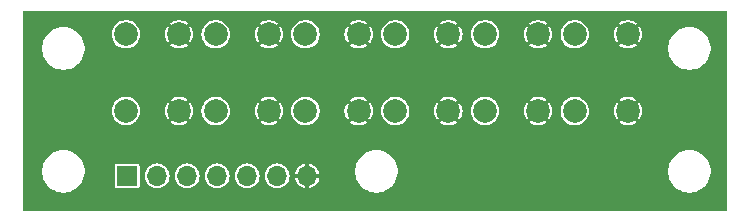
<source format=gbr>
%TF.GenerationSoftware,KiCad,Pcbnew,7.0.9*%
%TF.CreationDate,2024-04-17T16:56:01+03:00*%
%TF.ProjectId,FARA_KEYBOARD,46415241-5f4b-4455-9942-4f4152442e6b,rev?*%
%TF.SameCoordinates,Original*%
%TF.FileFunction,Copper,L2,Bot*%
%TF.FilePolarity,Positive*%
%FSLAX46Y46*%
G04 Gerber Fmt 4.6, Leading zero omitted, Abs format (unit mm)*
G04 Created by KiCad (PCBNEW 7.0.9) date 2024-04-17 16:56:01*
%MOMM*%
%LPD*%
G01*
G04 APERTURE LIST*
%TA.AperFunction,ComponentPad*%
%ADD10C,2.000000*%
%TD*%
%TA.AperFunction,ComponentPad*%
%ADD11R,1.700000X1.700000*%
%TD*%
%TA.AperFunction,ComponentPad*%
%ADD12O,1.700000X1.700000*%
%TD*%
%TA.AperFunction,ViaPad*%
%ADD13C,0.900000*%
%TD*%
G04 APERTURE END LIST*
D10*
%TO.P,SW4,1,1*%
%TO.N,Net-(J1-Pin_4)*%
X50100000Y-37300000D03*
X50100000Y-30800000D03*
%TO.P,SW4,2,2*%
%TO.N,GND*%
X54600000Y-37300000D03*
X54600000Y-30800000D03*
%TD*%
%TO.P,SW1,1,1*%
%TO.N,Net-(J1-Pin_1)*%
X27300000Y-37300000D03*
X27300000Y-30800000D03*
%TO.P,SW1,2,2*%
%TO.N,GND*%
X31800000Y-37300000D03*
X31800000Y-30800000D03*
%TD*%
%TO.P,SW5,1,1*%
%TO.N,Net-(J1-Pin_5)*%
X57700000Y-37300000D03*
X57700000Y-30800000D03*
%TO.P,SW5,2,2*%
%TO.N,GND*%
X62200000Y-37300000D03*
X62200000Y-30800000D03*
%TD*%
D11*
%TO.P,J1,1,Pin_1*%
%TO.N,Net-(J1-Pin_1)*%
X27400000Y-42800000D03*
D12*
%TO.P,J1,2,Pin_2*%
%TO.N,Net-(J1-Pin_2)*%
X29940000Y-42800000D03*
%TO.P,J1,3,Pin_3*%
%TO.N,Net-(J1-Pin_3)*%
X32480000Y-42800000D03*
%TO.P,J1,4,Pin_4*%
%TO.N,Net-(J1-Pin_4)*%
X35020000Y-42800000D03*
%TO.P,J1,5,Pin_5*%
%TO.N,Net-(J1-Pin_5)*%
X37560000Y-42800000D03*
%TO.P,J1,6,Pin_6*%
%TO.N,Net-(J1-Pin_6)*%
X40100000Y-42800000D03*
%TO.P,J1,7,Pin_7*%
%TO.N,GND*%
X42640000Y-42800000D03*
%TD*%
D10*
%TO.P,SW6,1,1*%
%TO.N,Net-(J1-Pin_6)*%
X65300000Y-37300000D03*
X65300000Y-30800000D03*
%TO.P,SW6,2,2*%
%TO.N,GND*%
X69800000Y-37300000D03*
X69800000Y-30800000D03*
%TD*%
%TO.P,SW3,1,1*%
%TO.N,Net-(J1-Pin_3)*%
X42500000Y-37300000D03*
X42500000Y-30800000D03*
%TO.P,SW3,2,2*%
%TO.N,GND*%
X47000000Y-37300000D03*
X47000000Y-30800000D03*
%TD*%
%TO.P,SW2,1,1*%
%TO.N,Net-(J1-Pin_2)*%
X34900000Y-37300000D03*
X34900000Y-30800000D03*
%TO.P,SW2,2,2*%
%TO.N,GND*%
X39400000Y-37300000D03*
X39400000Y-30800000D03*
%TD*%
D13*
%TO.N,GND*%
X44750000Y-34050000D03*
X44800000Y-43000000D03*
X59950000Y-34050000D03*
X37150000Y-34050000D03*
X29000000Y-40800000D03*
X29550000Y-34050000D03*
X67600000Y-42400000D03*
X22200000Y-37200000D03*
X37400000Y-41000000D03*
X36200000Y-44800000D03*
X52350000Y-34050000D03*
X67550000Y-34050000D03*
X60000000Y-42600000D03*
X52400000Y-43000000D03*
X29200000Y-45000000D03*
X75000000Y-37400000D03*
%TD*%
%TA.AperFunction,Conductor*%
%TO.N,GND*%
G36*
X78125500Y-28819962D02*
G01*
X78180038Y-28874500D01*
X78200000Y-28949000D01*
X78200000Y-45651000D01*
X78180038Y-45725500D01*
X78125500Y-45780038D01*
X78051000Y-45800000D01*
X18749000Y-45800000D01*
X18674500Y-45780038D01*
X18619962Y-45725500D01*
X18600000Y-45651000D01*
X18600000Y-42534932D01*
X20199500Y-42534932D01*
X20239720Y-42801773D01*
X20239721Y-42801777D01*
X20319258Y-43059629D01*
X20319262Y-43059641D01*
X20436349Y-43302774D01*
X20588365Y-43525741D01*
X20771915Y-43723561D01*
X20982898Y-43891815D01*
X21216602Y-44026743D01*
X21467805Y-44125334D01*
X21467812Y-44125336D01*
X21730886Y-44185381D01*
X21730891Y-44185381D01*
X21730897Y-44185383D01*
X21730905Y-44185383D01*
X21730908Y-44185384D01*
X21932619Y-44200500D01*
X21932624Y-44200500D01*
X22067381Y-44200500D01*
X22269091Y-44185384D01*
X22269092Y-44185383D01*
X22269103Y-44185383D01*
X22269109Y-44185381D01*
X22269113Y-44185381D01*
X22532187Y-44125336D01*
X22532190Y-44125335D01*
X22532195Y-44125334D01*
X22783398Y-44026743D01*
X23017102Y-43891815D01*
X23228085Y-43723561D01*
X23278016Y-43669748D01*
X26349500Y-43669748D01*
X26361132Y-43728230D01*
X26361133Y-43728231D01*
X26405448Y-43794552D01*
X26471769Y-43838867D01*
X26530252Y-43850500D01*
X28269748Y-43850500D01*
X28328231Y-43838867D01*
X28394552Y-43794552D01*
X28438867Y-43728231D01*
X28450500Y-43669748D01*
X28450500Y-42800000D01*
X28884417Y-42800000D01*
X28904700Y-43005937D01*
X28964768Y-43203955D01*
X29062310Y-43386442D01*
X29062313Y-43386446D01*
X29062315Y-43386450D01*
X29193590Y-43546410D01*
X29353550Y-43677685D01*
X29536046Y-43775232D01*
X29734063Y-43835299D01*
X29734066Y-43835300D01*
X29940000Y-43855583D01*
X30145934Y-43835300D01*
X30343954Y-43775232D01*
X30526450Y-43677685D01*
X30686410Y-43546410D01*
X30817685Y-43386450D01*
X30915232Y-43203954D01*
X30975300Y-43005934D01*
X30995583Y-42800000D01*
X31424417Y-42800000D01*
X31444700Y-43005937D01*
X31504768Y-43203955D01*
X31602310Y-43386442D01*
X31602313Y-43386446D01*
X31602315Y-43386450D01*
X31733590Y-43546410D01*
X31893550Y-43677685D01*
X32076046Y-43775232D01*
X32274063Y-43835299D01*
X32274066Y-43835300D01*
X32480000Y-43855583D01*
X32685934Y-43835300D01*
X32883954Y-43775232D01*
X33066450Y-43677685D01*
X33226410Y-43546410D01*
X33357685Y-43386450D01*
X33455232Y-43203954D01*
X33515300Y-43005934D01*
X33535583Y-42800000D01*
X33964417Y-42800000D01*
X33984700Y-43005937D01*
X34044768Y-43203955D01*
X34142310Y-43386442D01*
X34142313Y-43386446D01*
X34142315Y-43386450D01*
X34273590Y-43546410D01*
X34433550Y-43677685D01*
X34616046Y-43775232D01*
X34814063Y-43835299D01*
X34814066Y-43835300D01*
X35020000Y-43855583D01*
X35225934Y-43835300D01*
X35423954Y-43775232D01*
X35606450Y-43677685D01*
X35766410Y-43546410D01*
X35897685Y-43386450D01*
X35995232Y-43203954D01*
X36055300Y-43005934D01*
X36075583Y-42800000D01*
X36504417Y-42800000D01*
X36524700Y-43005937D01*
X36584768Y-43203955D01*
X36682310Y-43386442D01*
X36682313Y-43386446D01*
X36682315Y-43386450D01*
X36813590Y-43546410D01*
X36973550Y-43677685D01*
X37156046Y-43775232D01*
X37354063Y-43835299D01*
X37354066Y-43835300D01*
X37560000Y-43855583D01*
X37765934Y-43835300D01*
X37963954Y-43775232D01*
X38146450Y-43677685D01*
X38306410Y-43546410D01*
X38437685Y-43386450D01*
X38535232Y-43203954D01*
X38595300Y-43005934D01*
X38615583Y-42800000D01*
X39044417Y-42800000D01*
X39064700Y-43005937D01*
X39124768Y-43203955D01*
X39222310Y-43386442D01*
X39222313Y-43386446D01*
X39222315Y-43386450D01*
X39353590Y-43546410D01*
X39513550Y-43677685D01*
X39696046Y-43775232D01*
X39894063Y-43835299D01*
X39894066Y-43835300D01*
X40100000Y-43855583D01*
X40305934Y-43835300D01*
X40503954Y-43775232D01*
X40686450Y-43677685D01*
X40846410Y-43546410D01*
X40977685Y-43386450D01*
X41075232Y-43203954D01*
X41135300Y-43005934D01*
X41140809Y-42950000D01*
X41599693Y-42950000D01*
X41605192Y-43005839D01*
X41665231Y-43203759D01*
X41665234Y-43203766D01*
X41762725Y-43386161D01*
X41762730Y-43386168D01*
X41893945Y-43546054D01*
X42053831Y-43677269D01*
X42053838Y-43677274D01*
X42236233Y-43774765D01*
X42236240Y-43774768D01*
X42434160Y-43834807D01*
X42490000Y-43840306D01*
X42490000Y-43281170D01*
X42497685Y-43284680D01*
X42604237Y-43300000D01*
X42675763Y-43300000D01*
X42782315Y-43284680D01*
X42790000Y-43281170D01*
X42790000Y-43840305D01*
X42845839Y-43834807D01*
X43043759Y-43774768D01*
X43043766Y-43774765D01*
X43226161Y-43677274D01*
X43226168Y-43677269D01*
X43386054Y-43546054D01*
X43517269Y-43386168D01*
X43517274Y-43386161D01*
X43614765Y-43203766D01*
X43614768Y-43203759D01*
X43674807Y-43005839D01*
X43680307Y-42950000D01*
X43117065Y-42950000D01*
X43140000Y-42871889D01*
X43140000Y-42728111D01*
X43117065Y-42650000D01*
X43680306Y-42650000D01*
X43674807Y-42594160D01*
X43656840Y-42534932D01*
X46699500Y-42534932D01*
X46739720Y-42801773D01*
X46739721Y-42801777D01*
X46819258Y-43059629D01*
X46819262Y-43059641D01*
X46936349Y-43302774D01*
X47088365Y-43525741D01*
X47271915Y-43723561D01*
X47482898Y-43891815D01*
X47716602Y-44026743D01*
X47967805Y-44125334D01*
X47967812Y-44125336D01*
X48230886Y-44185381D01*
X48230891Y-44185381D01*
X48230897Y-44185383D01*
X48230905Y-44185383D01*
X48230908Y-44185384D01*
X48432619Y-44200500D01*
X48432624Y-44200500D01*
X48567381Y-44200500D01*
X48769091Y-44185384D01*
X48769092Y-44185383D01*
X48769103Y-44185383D01*
X48769109Y-44185381D01*
X48769113Y-44185381D01*
X49032187Y-44125336D01*
X49032190Y-44125335D01*
X49032195Y-44125334D01*
X49283398Y-44026743D01*
X49517102Y-43891815D01*
X49728085Y-43723561D01*
X49911635Y-43525741D01*
X50063651Y-43302775D01*
X50180738Y-43059641D01*
X50260280Y-42801772D01*
X50300500Y-42534932D01*
X73199500Y-42534932D01*
X73239720Y-42801773D01*
X73239721Y-42801777D01*
X73319258Y-43059629D01*
X73319262Y-43059641D01*
X73436349Y-43302774D01*
X73588365Y-43525741D01*
X73771915Y-43723561D01*
X73982898Y-43891815D01*
X74216602Y-44026743D01*
X74467805Y-44125334D01*
X74467812Y-44125336D01*
X74730886Y-44185381D01*
X74730891Y-44185381D01*
X74730897Y-44185383D01*
X74730905Y-44185383D01*
X74730908Y-44185384D01*
X74932619Y-44200500D01*
X74932624Y-44200500D01*
X75067381Y-44200500D01*
X75269091Y-44185384D01*
X75269092Y-44185383D01*
X75269103Y-44185383D01*
X75269109Y-44185381D01*
X75269113Y-44185381D01*
X75532187Y-44125336D01*
X75532190Y-44125335D01*
X75532195Y-44125334D01*
X75783398Y-44026743D01*
X76017102Y-43891815D01*
X76228085Y-43723561D01*
X76411635Y-43525741D01*
X76563651Y-43302775D01*
X76680738Y-43059641D01*
X76760280Y-42801772D01*
X76800500Y-42534929D01*
X76800500Y-42265071D01*
X76760280Y-41998228D01*
X76680738Y-41740359D01*
X76563651Y-41497226D01*
X76411635Y-41274259D01*
X76228085Y-41076439D01*
X76017102Y-40908185D01*
X75783398Y-40773257D01*
X75783393Y-40773255D01*
X75532194Y-40674665D01*
X75532187Y-40674663D01*
X75269113Y-40614618D01*
X75269091Y-40614615D01*
X75067381Y-40599500D01*
X75067376Y-40599500D01*
X74932624Y-40599500D01*
X74932619Y-40599500D01*
X74730908Y-40614615D01*
X74730886Y-40614618D01*
X74467812Y-40674663D01*
X74467805Y-40674665D01*
X74216606Y-40773255D01*
X74216601Y-40773257D01*
X73982900Y-40908184D01*
X73982892Y-40908189D01*
X73771915Y-41076438D01*
X73588367Y-41274256D01*
X73436346Y-41497229D01*
X73319266Y-41740349D01*
X73319258Y-41740370D01*
X73239721Y-41998222D01*
X73239720Y-41998226D01*
X73199500Y-42265067D01*
X73199500Y-42534932D01*
X50300500Y-42534932D01*
X50300500Y-42534929D01*
X50300500Y-42265071D01*
X50260280Y-41998228D01*
X50180738Y-41740359D01*
X50063651Y-41497226D01*
X49911635Y-41274259D01*
X49728085Y-41076439D01*
X49517102Y-40908185D01*
X49283398Y-40773257D01*
X49283393Y-40773255D01*
X49032194Y-40674665D01*
X49032187Y-40674663D01*
X48769113Y-40614618D01*
X48769091Y-40614615D01*
X48567381Y-40599500D01*
X48567376Y-40599500D01*
X48432624Y-40599500D01*
X48432619Y-40599500D01*
X48230908Y-40614615D01*
X48230886Y-40614618D01*
X47967812Y-40674663D01*
X47967805Y-40674665D01*
X47716606Y-40773255D01*
X47716601Y-40773257D01*
X47482900Y-40908184D01*
X47482892Y-40908189D01*
X47271915Y-41076438D01*
X47088367Y-41274256D01*
X46936346Y-41497229D01*
X46819266Y-41740349D01*
X46819258Y-41740370D01*
X46739721Y-41998222D01*
X46739720Y-41998226D01*
X46699500Y-42265067D01*
X46699500Y-42534932D01*
X43656840Y-42534932D01*
X43614768Y-42396240D01*
X43614765Y-42396233D01*
X43517274Y-42213838D01*
X43517269Y-42213831D01*
X43386054Y-42053945D01*
X43226168Y-41922730D01*
X43226161Y-41922725D01*
X43043766Y-41825234D01*
X43043761Y-41825232D01*
X42845836Y-41765192D01*
X42845831Y-41765191D01*
X42790000Y-41759691D01*
X42790000Y-42318829D01*
X42782315Y-42315320D01*
X42675763Y-42300000D01*
X42604237Y-42300000D01*
X42497685Y-42315320D01*
X42490000Y-42318829D01*
X42490000Y-41759692D01*
X42489999Y-41759691D01*
X42434168Y-41765191D01*
X42434163Y-41765192D01*
X42236238Y-41825232D01*
X42236233Y-41825234D01*
X42053838Y-41922725D01*
X42053831Y-41922730D01*
X41893945Y-42053945D01*
X41762730Y-42213831D01*
X41762725Y-42213838D01*
X41665234Y-42396233D01*
X41665231Y-42396240D01*
X41605192Y-42594160D01*
X41599693Y-42650000D01*
X42162935Y-42650000D01*
X42140000Y-42728111D01*
X42140000Y-42871889D01*
X42162935Y-42950000D01*
X41599693Y-42950000D01*
X41140809Y-42950000D01*
X41155583Y-42800000D01*
X41135300Y-42594066D01*
X41075232Y-42396046D01*
X41023894Y-42300000D01*
X40977689Y-42213557D01*
X40977687Y-42213555D01*
X40977685Y-42213550D01*
X40846410Y-42053590D01*
X40686450Y-41922315D01*
X40686446Y-41922313D01*
X40686442Y-41922310D01*
X40503955Y-41824768D01*
X40305936Y-41764700D01*
X40305937Y-41764700D01*
X40100000Y-41744417D01*
X39894062Y-41764700D01*
X39696044Y-41824768D01*
X39513557Y-41922310D01*
X39513547Y-41922317D01*
X39353590Y-42053589D01*
X39353589Y-42053590D01*
X39222317Y-42213547D01*
X39222310Y-42213557D01*
X39124768Y-42396044D01*
X39064700Y-42594062D01*
X39044417Y-42800000D01*
X38615583Y-42800000D01*
X38595300Y-42594066D01*
X38535232Y-42396046D01*
X38483894Y-42300000D01*
X38437689Y-42213557D01*
X38437687Y-42213555D01*
X38437685Y-42213550D01*
X38306410Y-42053590D01*
X38146450Y-41922315D01*
X38146446Y-41922313D01*
X38146442Y-41922310D01*
X37963955Y-41824768D01*
X37765936Y-41764700D01*
X37765937Y-41764700D01*
X37560000Y-41744417D01*
X37354062Y-41764700D01*
X37156044Y-41824768D01*
X36973557Y-41922310D01*
X36973547Y-41922317D01*
X36813590Y-42053589D01*
X36813589Y-42053590D01*
X36682317Y-42213547D01*
X36682310Y-42213557D01*
X36584768Y-42396044D01*
X36524700Y-42594062D01*
X36504417Y-42800000D01*
X36075583Y-42800000D01*
X36055300Y-42594066D01*
X35995232Y-42396046D01*
X35943894Y-42300000D01*
X35897689Y-42213557D01*
X35897687Y-42213555D01*
X35897685Y-42213550D01*
X35766410Y-42053590D01*
X35606450Y-41922315D01*
X35606446Y-41922313D01*
X35606442Y-41922310D01*
X35423955Y-41824768D01*
X35225936Y-41764700D01*
X35225937Y-41764700D01*
X35020000Y-41744417D01*
X34814062Y-41764700D01*
X34616044Y-41824768D01*
X34433557Y-41922310D01*
X34433547Y-41922317D01*
X34273590Y-42053589D01*
X34273589Y-42053590D01*
X34142317Y-42213547D01*
X34142310Y-42213557D01*
X34044768Y-42396044D01*
X33984700Y-42594062D01*
X33964417Y-42800000D01*
X33535583Y-42800000D01*
X33515300Y-42594066D01*
X33455232Y-42396046D01*
X33403894Y-42300000D01*
X33357689Y-42213557D01*
X33357687Y-42213555D01*
X33357685Y-42213550D01*
X33226410Y-42053590D01*
X33066450Y-41922315D01*
X33066446Y-41922313D01*
X33066442Y-41922310D01*
X32883955Y-41824768D01*
X32685936Y-41764700D01*
X32685937Y-41764700D01*
X32480000Y-41744417D01*
X32274062Y-41764700D01*
X32076044Y-41824768D01*
X31893557Y-41922310D01*
X31893547Y-41922317D01*
X31733590Y-42053589D01*
X31733589Y-42053590D01*
X31602317Y-42213547D01*
X31602310Y-42213557D01*
X31504768Y-42396044D01*
X31444700Y-42594062D01*
X31424417Y-42800000D01*
X30995583Y-42800000D01*
X30975300Y-42594066D01*
X30915232Y-42396046D01*
X30863894Y-42300000D01*
X30817689Y-42213557D01*
X30817687Y-42213555D01*
X30817685Y-42213550D01*
X30686410Y-42053590D01*
X30526450Y-41922315D01*
X30526446Y-41922313D01*
X30526442Y-41922310D01*
X30343955Y-41824768D01*
X30145936Y-41764700D01*
X30145937Y-41764700D01*
X29940000Y-41744417D01*
X29734062Y-41764700D01*
X29536044Y-41824768D01*
X29353557Y-41922310D01*
X29353547Y-41922317D01*
X29193590Y-42053589D01*
X29193589Y-42053590D01*
X29062317Y-42213547D01*
X29062310Y-42213557D01*
X28964768Y-42396044D01*
X28904700Y-42594062D01*
X28884417Y-42800000D01*
X28450500Y-42800000D01*
X28450500Y-41930252D01*
X28438867Y-41871769D01*
X28394552Y-41805448D01*
X28334304Y-41765191D01*
X28328230Y-41761132D01*
X28269748Y-41749500D01*
X26530252Y-41749500D01*
X26471769Y-41761132D01*
X26405448Y-41805448D01*
X26361132Y-41871769D01*
X26349500Y-41930251D01*
X26349500Y-43669748D01*
X23278016Y-43669748D01*
X23411635Y-43525741D01*
X23563651Y-43302775D01*
X23680738Y-43059641D01*
X23760280Y-42801772D01*
X23800500Y-42534929D01*
X23800500Y-42265071D01*
X23760280Y-41998228D01*
X23680738Y-41740359D01*
X23563651Y-41497226D01*
X23411635Y-41274259D01*
X23228085Y-41076439D01*
X23017102Y-40908185D01*
X22783398Y-40773257D01*
X22783393Y-40773255D01*
X22532194Y-40674665D01*
X22532187Y-40674663D01*
X22269113Y-40614618D01*
X22269091Y-40614615D01*
X22067381Y-40599500D01*
X22067376Y-40599500D01*
X21932624Y-40599500D01*
X21932619Y-40599500D01*
X21730908Y-40614615D01*
X21730886Y-40614618D01*
X21467812Y-40674663D01*
X21467805Y-40674665D01*
X21216606Y-40773255D01*
X21216601Y-40773257D01*
X20982900Y-40908184D01*
X20982892Y-40908189D01*
X20771915Y-41076438D01*
X20588367Y-41274256D01*
X20436346Y-41497229D01*
X20319266Y-41740349D01*
X20319258Y-41740370D01*
X20239721Y-41998222D01*
X20239720Y-41998226D01*
X20199500Y-42265067D01*
X20199500Y-42534932D01*
X18600000Y-42534932D01*
X18600000Y-37300004D01*
X26094357Y-37300004D01*
X26114884Y-37521531D01*
X26114884Y-37521534D01*
X26175770Y-37735528D01*
X26274939Y-37934685D01*
X26274941Y-37934688D01*
X26274942Y-37934689D01*
X26409019Y-38112236D01*
X26573438Y-38262124D01*
X26762599Y-38379247D01*
X26762601Y-38379247D01*
X26762603Y-38379249D01*
X26762605Y-38379250D01*
X26952363Y-38452762D01*
X26970060Y-38459618D01*
X27188757Y-38500500D01*
X27188759Y-38500500D01*
X27411241Y-38500500D01*
X27411243Y-38500500D01*
X27629940Y-38459618D01*
X27756449Y-38410607D01*
X27837394Y-38379250D01*
X27837396Y-38379249D01*
X27837396Y-38379248D01*
X27837401Y-38379247D01*
X28026562Y-38262124D01*
X28190981Y-38112236D01*
X28325058Y-37934689D01*
X28424229Y-37735528D01*
X28485115Y-37521536D01*
X28496519Y-37398460D01*
X28505643Y-37300004D01*
X30594859Y-37300004D01*
X30615378Y-37521439D01*
X30615378Y-37521442D01*
X30676238Y-37735346D01*
X30775365Y-37934422D01*
X30851984Y-38035881D01*
X31319570Y-37568295D01*
X31346442Y-37620156D01*
X31449638Y-37730652D01*
X31531622Y-37780508D01*
X31061534Y-38250596D01*
X31073736Y-38261720D01*
X31262820Y-38378797D01*
X31262825Y-38378800D01*
X31470191Y-38459133D01*
X31470198Y-38459135D01*
X31688799Y-38499999D01*
X31688807Y-38500000D01*
X31911193Y-38500000D01*
X31911200Y-38499999D01*
X32129801Y-38459135D01*
X32129808Y-38459133D01*
X32337174Y-38378800D01*
X32337179Y-38378797D01*
X32526258Y-38261723D01*
X32538463Y-38250596D01*
X32070163Y-37782295D01*
X32088458Y-37774349D01*
X32205739Y-37678934D01*
X32282425Y-37570293D01*
X32748014Y-38035882D01*
X32824630Y-37934426D01*
X32824637Y-37934415D01*
X32923761Y-37735346D01*
X32984621Y-37521442D01*
X32984621Y-37521439D01*
X33005141Y-37300004D01*
X33694357Y-37300004D01*
X33714884Y-37521531D01*
X33714884Y-37521534D01*
X33775770Y-37735528D01*
X33874939Y-37934685D01*
X33874941Y-37934688D01*
X33874942Y-37934689D01*
X34009019Y-38112236D01*
X34173438Y-38262124D01*
X34362599Y-38379247D01*
X34362601Y-38379247D01*
X34362603Y-38379249D01*
X34362605Y-38379250D01*
X34552363Y-38452762D01*
X34570060Y-38459618D01*
X34788757Y-38500500D01*
X34788759Y-38500500D01*
X35011241Y-38500500D01*
X35011243Y-38500500D01*
X35229940Y-38459618D01*
X35356449Y-38410607D01*
X35437394Y-38379250D01*
X35437396Y-38379249D01*
X35437396Y-38379248D01*
X35437401Y-38379247D01*
X35626562Y-38262124D01*
X35790981Y-38112236D01*
X35925058Y-37934689D01*
X36024229Y-37735528D01*
X36085115Y-37521536D01*
X36096519Y-37398460D01*
X36105643Y-37300004D01*
X38194859Y-37300004D01*
X38215378Y-37521439D01*
X38215378Y-37521442D01*
X38276238Y-37735346D01*
X38375365Y-37934422D01*
X38451984Y-38035881D01*
X38919570Y-37568295D01*
X38946442Y-37620156D01*
X39049638Y-37730652D01*
X39131622Y-37780508D01*
X38661534Y-38250596D01*
X38673736Y-38261720D01*
X38862820Y-38378797D01*
X38862825Y-38378800D01*
X39070191Y-38459133D01*
X39070198Y-38459135D01*
X39288799Y-38499999D01*
X39288807Y-38500000D01*
X39511193Y-38500000D01*
X39511200Y-38499999D01*
X39729801Y-38459135D01*
X39729808Y-38459133D01*
X39937174Y-38378800D01*
X39937179Y-38378797D01*
X40126258Y-38261723D01*
X40138463Y-38250596D01*
X39670163Y-37782295D01*
X39688458Y-37774349D01*
X39805739Y-37678934D01*
X39882425Y-37570293D01*
X40348014Y-38035882D01*
X40424630Y-37934426D01*
X40424637Y-37934415D01*
X40523761Y-37735346D01*
X40584621Y-37521442D01*
X40584621Y-37521439D01*
X40605141Y-37300004D01*
X41294357Y-37300004D01*
X41314884Y-37521531D01*
X41314884Y-37521534D01*
X41375770Y-37735528D01*
X41474939Y-37934685D01*
X41474941Y-37934688D01*
X41474942Y-37934689D01*
X41609019Y-38112236D01*
X41773438Y-38262124D01*
X41962599Y-38379247D01*
X41962601Y-38379247D01*
X41962603Y-38379249D01*
X41962605Y-38379250D01*
X42152363Y-38452762D01*
X42170060Y-38459618D01*
X42388757Y-38500500D01*
X42388759Y-38500500D01*
X42611241Y-38500500D01*
X42611243Y-38500500D01*
X42829940Y-38459618D01*
X42956449Y-38410607D01*
X43037394Y-38379250D01*
X43037396Y-38379249D01*
X43037396Y-38379248D01*
X43037401Y-38379247D01*
X43226562Y-38262124D01*
X43390981Y-38112236D01*
X43525058Y-37934689D01*
X43624229Y-37735528D01*
X43685115Y-37521536D01*
X43696519Y-37398460D01*
X43705643Y-37300004D01*
X45794859Y-37300004D01*
X45815378Y-37521439D01*
X45815378Y-37521442D01*
X45876238Y-37735346D01*
X45975365Y-37934422D01*
X46051984Y-38035881D01*
X46519570Y-37568295D01*
X46546442Y-37620156D01*
X46649638Y-37730652D01*
X46731622Y-37780508D01*
X46261534Y-38250596D01*
X46273736Y-38261720D01*
X46462820Y-38378797D01*
X46462825Y-38378800D01*
X46670191Y-38459133D01*
X46670198Y-38459135D01*
X46888799Y-38499999D01*
X46888807Y-38500000D01*
X47111193Y-38500000D01*
X47111200Y-38499999D01*
X47329801Y-38459135D01*
X47329808Y-38459133D01*
X47537174Y-38378800D01*
X47537179Y-38378797D01*
X47726258Y-38261723D01*
X47738463Y-38250596D01*
X47270163Y-37782295D01*
X47288458Y-37774349D01*
X47405739Y-37678934D01*
X47482425Y-37570293D01*
X47948014Y-38035882D01*
X48024630Y-37934426D01*
X48024637Y-37934415D01*
X48123761Y-37735346D01*
X48184621Y-37521442D01*
X48184621Y-37521439D01*
X48205141Y-37300004D01*
X48894357Y-37300004D01*
X48914884Y-37521531D01*
X48914884Y-37521534D01*
X48975770Y-37735528D01*
X49074939Y-37934685D01*
X49074941Y-37934688D01*
X49074942Y-37934689D01*
X49209019Y-38112236D01*
X49373438Y-38262124D01*
X49562599Y-38379247D01*
X49562601Y-38379247D01*
X49562603Y-38379249D01*
X49562605Y-38379250D01*
X49752363Y-38452762D01*
X49770060Y-38459618D01*
X49988757Y-38500500D01*
X49988759Y-38500500D01*
X50211241Y-38500500D01*
X50211243Y-38500500D01*
X50429940Y-38459618D01*
X50556449Y-38410607D01*
X50637394Y-38379250D01*
X50637396Y-38379249D01*
X50637396Y-38379248D01*
X50637401Y-38379247D01*
X50826562Y-38262124D01*
X50990981Y-38112236D01*
X51125058Y-37934689D01*
X51224229Y-37735528D01*
X51285115Y-37521536D01*
X51296519Y-37398460D01*
X51305643Y-37300004D01*
X53394859Y-37300004D01*
X53415378Y-37521439D01*
X53415378Y-37521442D01*
X53476238Y-37735346D01*
X53575365Y-37934422D01*
X53651984Y-38035881D01*
X54119570Y-37568295D01*
X54146442Y-37620156D01*
X54249638Y-37730652D01*
X54331622Y-37780508D01*
X53861534Y-38250596D01*
X53873736Y-38261720D01*
X54062820Y-38378797D01*
X54062825Y-38378800D01*
X54270191Y-38459133D01*
X54270198Y-38459135D01*
X54488799Y-38499999D01*
X54488807Y-38500000D01*
X54711193Y-38500000D01*
X54711200Y-38499999D01*
X54929801Y-38459135D01*
X54929808Y-38459133D01*
X55137174Y-38378800D01*
X55137179Y-38378797D01*
X55326258Y-38261723D01*
X55338463Y-38250596D01*
X54870163Y-37782295D01*
X54888458Y-37774349D01*
X55005739Y-37678934D01*
X55082425Y-37570293D01*
X55548014Y-38035882D01*
X55624630Y-37934426D01*
X55624637Y-37934415D01*
X55723761Y-37735346D01*
X55784621Y-37521442D01*
X55784621Y-37521439D01*
X55805141Y-37300004D01*
X56494357Y-37300004D01*
X56514884Y-37521531D01*
X56514884Y-37521534D01*
X56575770Y-37735528D01*
X56674939Y-37934685D01*
X56674941Y-37934688D01*
X56674942Y-37934689D01*
X56809019Y-38112236D01*
X56973438Y-38262124D01*
X57162599Y-38379247D01*
X57162601Y-38379247D01*
X57162603Y-38379249D01*
X57162605Y-38379250D01*
X57352363Y-38452762D01*
X57370060Y-38459618D01*
X57588757Y-38500500D01*
X57588759Y-38500500D01*
X57811241Y-38500500D01*
X57811243Y-38500500D01*
X58029940Y-38459618D01*
X58156449Y-38410607D01*
X58237394Y-38379250D01*
X58237396Y-38379249D01*
X58237396Y-38379248D01*
X58237401Y-38379247D01*
X58426562Y-38262124D01*
X58590981Y-38112236D01*
X58725058Y-37934689D01*
X58824229Y-37735528D01*
X58885115Y-37521536D01*
X58896519Y-37398460D01*
X58905643Y-37300004D01*
X60994859Y-37300004D01*
X61015378Y-37521439D01*
X61015378Y-37521442D01*
X61076238Y-37735346D01*
X61175365Y-37934422D01*
X61251984Y-38035881D01*
X61719570Y-37568295D01*
X61746442Y-37620156D01*
X61849638Y-37730652D01*
X61931622Y-37780508D01*
X61461534Y-38250596D01*
X61473736Y-38261720D01*
X61662820Y-38378797D01*
X61662825Y-38378800D01*
X61870191Y-38459133D01*
X61870198Y-38459135D01*
X62088799Y-38499999D01*
X62088807Y-38500000D01*
X62311193Y-38500000D01*
X62311200Y-38499999D01*
X62529801Y-38459135D01*
X62529808Y-38459133D01*
X62737174Y-38378800D01*
X62737179Y-38378797D01*
X62926258Y-38261723D01*
X62938463Y-38250596D01*
X62470163Y-37782295D01*
X62488458Y-37774349D01*
X62605739Y-37678934D01*
X62682425Y-37570293D01*
X63148014Y-38035882D01*
X63224630Y-37934426D01*
X63224637Y-37934415D01*
X63323761Y-37735346D01*
X63384621Y-37521442D01*
X63384621Y-37521439D01*
X63405141Y-37300004D01*
X64094357Y-37300004D01*
X64114884Y-37521531D01*
X64114884Y-37521534D01*
X64175770Y-37735528D01*
X64274939Y-37934685D01*
X64274941Y-37934688D01*
X64274942Y-37934689D01*
X64409019Y-38112236D01*
X64573438Y-38262124D01*
X64762599Y-38379247D01*
X64762601Y-38379247D01*
X64762603Y-38379249D01*
X64762605Y-38379250D01*
X64952363Y-38452762D01*
X64970060Y-38459618D01*
X65188757Y-38500500D01*
X65188759Y-38500500D01*
X65411241Y-38500500D01*
X65411243Y-38500500D01*
X65629940Y-38459618D01*
X65756449Y-38410607D01*
X65837394Y-38379250D01*
X65837396Y-38379249D01*
X65837396Y-38379248D01*
X65837401Y-38379247D01*
X66026562Y-38262124D01*
X66190981Y-38112236D01*
X66325058Y-37934689D01*
X66424229Y-37735528D01*
X66485115Y-37521536D01*
X66496519Y-37398460D01*
X66505643Y-37300004D01*
X68594859Y-37300004D01*
X68615378Y-37521439D01*
X68615378Y-37521442D01*
X68676238Y-37735346D01*
X68775365Y-37934422D01*
X68851984Y-38035881D01*
X69319570Y-37568295D01*
X69346442Y-37620156D01*
X69449638Y-37730652D01*
X69531622Y-37780508D01*
X69061534Y-38250596D01*
X69073736Y-38261720D01*
X69262820Y-38378797D01*
X69262825Y-38378800D01*
X69470191Y-38459133D01*
X69470198Y-38459135D01*
X69688799Y-38499999D01*
X69688807Y-38500000D01*
X69911193Y-38500000D01*
X69911200Y-38499999D01*
X70129801Y-38459135D01*
X70129808Y-38459133D01*
X70337174Y-38378800D01*
X70337179Y-38378797D01*
X70526258Y-38261723D01*
X70538463Y-38250596D01*
X70070163Y-37782295D01*
X70088458Y-37774349D01*
X70205739Y-37678934D01*
X70282425Y-37570293D01*
X70748014Y-38035882D01*
X70824630Y-37934426D01*
X70824637Y-37934415D01*
X70923761Y-37735346D01*
X70984621Y-37521442D01*
X70984621Y-37521439D01*
X71005141Y-37300004D01*
X71005141Y-37299995D01*
X70984621Y-37078560D01*
X70984621Y-37078557D01*
X70923761Y-36864653D01*
X70824632Y-36665574D01*
X70748014Y-36564116D01*
X70280428Y-37031702D01*
X70253558Y-36979844D01*
X70150362Y-36869348D01*
X70068375Y-36819490D01*
X70538463Y-36349403D01*
X70526260Y-36338277D01*
X70337179Y-36221202D01*
X70337174Y-36221199D01*
X70129808Y-36140866D01*
X70129801Y-36140864D01*
X69911200Y-36100000D01*
X69688799Y-36100000D01*
X69470198Y-36140864D01*
X69470191Y-36140866D01*
X69262825Y-36221199D01*
X69262820Y-36221202D01*
X69073741Y-36338276D01*
X69073738Y-36338278D01*
X69061535Y-36349403D01*
X69529836Y-36817704D01*
X69511542Y-36825651D01*
X69394261Y-36921066D01*
X69317574Y-37029706D01*
X68851984Y-36564116D01*
X68775366Y-36665576D01*
X68676238Y-36864653D01*
X68615378Y-37078557D01*
X68615378Y-37078560D01*
X68594859Y-37299995D01*
X68594859Y-37300004D01*
X66505643Y-37300004D01*
X66505643Y-37299995D01*
X66494238Y-37176924D01*
X66485115Y-37078464D01*
X66454672Y-36971468D01*
X66424229Y-36864471D01*
X66325060Y-36665314D01*
X66190980Y-36487763D01*
X66026563Y-36337877D01*
X66026562Y-36337876D01*
X65837401Y-36220753D01*
X65837400Y-36220752D01*
X65837396Y-36220750D01*
X65837394Y-36220749D01*
X65629944Y-36140383D01*
X65629941Y-36140382D01*
X65629940Y-36140382D01*
X65574775Y-36130069D01*
X65411247Y-36099500D01*
X65411243Y-36099500D01*
X65188757Y-36099500D01*
X65188752Y-36099500D01*
X64970055Y-36140383D01*
X64762605Y-36220749D01*
X64762603Y-36220750D01*
X64573436Y-36337877D01*
X64409019Y-36487763D01*
X64274939Y-36665314D01*
X64175770Y-36864471D01*
X64114884Y-37078465D01*
X64114884Y-37078468D01*
X64094357Y-37299995D01*
X64094357Y-37300004D01*
X63405141Y-37300004D01*
X63405141Y-37299995D01*
X63384621Y-37078560D01*
X63384621Y-37078557D01*
X63323761Y-36864653D01*
X63224632Y-36665574D01*
X63148014Y-36564116D01*
X62680428Y-37031702D01*
X62653558Y-36979844D01*
X62550362Y-36869348D01*
X62468375Y-36819490D01*
X62938463Y-36349403D01*
X62926260Y-36338277D01*
X62737179Y-36221202D01*
X62737174Y-36221199D01*
X62529808Y-36140866D01*
X62529801Y-36140864D01*
X62311200Y-36100000D01*
X62088799Y-36100000D01*
X61870198Y-36140864D01*
X61870191Y-36140866D01*
X61662825Y-36221199D01*
X61662820Y-36221202D01*
X61473741Y-36338276D01*
X61473738Y-36338278D01*
X61461535Y-36349403D01*
X61929836Y-36817704D01*
X61911542Y-36825651D01*
X61794261Y-36921066D01*
X61717574Y-37029706D01*
X61251984Y-36564116D01*
X61175366Y-36665576D01*
X61076238Y-36864653D01*
X61015378Y-37078557D01*
X61015378Y-37078560D01*
X60994859Y-37299995D01*
X60994859Y-37300004D01*
X58905643Y-37300004D01*
X58905643Y-37299995D01*
X58894238Y-37176924D01*
X58885115Y-37078464D01*
X58854672Y-36971468D01*
X58824229Y-36864471D01*
X58725060Y-36665314D01*
X58590980Y-36487763D01*
X58426563Y-36337877D01*
X58426562Y-36337876D01*
X58237401Y-36220753D01*
X58237400Y-36220752D01*
X58237396Y-36220750D01*
X58237394Y-36220749D01*
X58029944Y-36140383D01*
X58029941Y-36140382D01*
X58029940Y-36140382D01*
X57974775Y-36130069D01*
X57811247Y-36099500D01*
X57811243Y-36099500D01*
X57588757Y-36099500D01*
X57588752Y-36099500D01*
X57370055Y-36140383D01*
X57162605Y-36220749D01*
X57162603Y-36220750D01*
X56973436Y-36337877D01*
X56809019Y-36487763D01*
X56674939Y-36665314D01*
X56575770Y-36864471D01*
X56514884Y-37078465D01*
X56514884Y-37078468D01*
X56494357Y-37299995D01*
X56494357Y-37300004D01*
X55805141Y-37300004D01*
X55805141Y-37299995D01*
X55784621Y-37078560D01*
X55784621Y-37078557D01*
X55723761Y-36864653D01*
X55624632Y-36665574D01*
X55548014Y-36564116D01*
X55080428Y-37031702D01*
X55053558Y-36979844D01*
X54950362Y-36869348D01*
X54868375Y-36819490D01*
X55338463Y-36349403D01*
X55326260Y-36338277D01*
X55137179Y-36221202D01*
X55137174Y-36221199D01*
X54929808Y-36140866D01*
X54929801Y-36140864D01*
X54711200Y-36100000D01*
X54488799Y-36100000D01*
X54270198Y-36140864D01*
X54270191Y-36140866D01*
X54062825Y-36221199D01*
X54062820Y-36221202D01*
X53873741Y-36338276D01*
X53873738Y-36338278D01*
X53861535Y-36349403D01*
X54329836Y-36817704D01*
X54311542Y-36825651D01*
X54194261Y-36921066D01*
X54117574Y-37029706D01*
X53651984Y-36564116D01*
X53575366Y-36665576D01*
X53476238Y-36864653D01*
X53415378Y-37078557D01*
X53415378Y-37078560D01*
X53394859Y-37299995D01*
X53394859Y-37300004D01*
X51305643Y-37300004D01*
X51305643Y-37299995D01*
X51294238Y-37176924D01*
X51285115Y-37078464D01*
X51254672Y-36971468D01*
X51224229Y-36864471D01*
X51125060Y-36665314D01*
X50990980Y-36487763D01*
X50826563Y-36337877D01*
X50826562Y-36337876D01*
X50637401Y-36220753D01*
X50637400Y-36220752D01*
X50637396Y-36220750D01*
X50637394Y-36220749D01*
X50429944Y-36140383D01*
X50429941Y-36140382D01*
X50429940Y-36140382D01*
X50374775Y-36130069D01*
X50211247Y-36099500D01*
X50211243Y-36099500D01*
X49988757Y-36099500D01*
X49988752Y-36099500D01*
X49770055Y-36140383D01*
X49562605Y-36220749D01*
X49562603Y-36220750D01*
X49373436Y-36337877D01*
X49209019Y-36487763D01*
X49074939Y-36665314D01*
X48975770Y-36864471D01*
X48914884Y-37078465D01*
X48914884Y-37078468D01*
X48894357Y-37299995D01*
X48894357Y-37300004D01*
X48205141Y-37300004D01*
X48205141Y-37299995D01*
X48184621Y-37078560D01*
X48184621Y-37078557D01*
X48123761Y-36864653D01*
X48024632Y-36665574D01*
X47948014Y-36564116D01*
X47480428Y-37031702D01*
X47453558Y-36979844D01*
X47350362Y-36869348D01*
X47268375Y-36819490D01*
X47738463Y-36349403D01*
X47726260Y-36338277D01*
X47537179Y-36221202D01*
X47537174Y-36221199D01*
X47329808Y-36140866D01*
X47329801Y-36140864D01*
X47111200Y-36100000D01*
X46888799Y-36100000D01*
X46670198Y-36140864D01*
X46670191Y-36140866D01*
X46462825Y-36221199D01*
X46462820Y-36221202D01*
X46273741Y-36338276D01*
X46273738Y-36338278D01*
X46261535Y-36349403D01*
X46729836Y-36817704D01*
X46711542Y-36825651D01*
X46594261Y-36921066D01*
X46517574Y-37029706D01*
X46051984Y-36564116D01*
X45975366Y-36665576D01*
X45876238Y-36864653D01*
X45815378Y-37078557D01*
X45815378Y-37078560D01*
X45794859Y-37299995D01*
X45794859Y-37300004D01*
X43705643Y-37300004D01*
X43705643Y-37299995D01*
X43694238Y-37176924D01*
X43685115Y-37078464D01*
X43654672Y-36971468D01*
X43624229Y-36864471D01*
X43525060Y-36665314D01*
X43390980Y-36487763D01*
X43226563Y-36337877D01*
X43226562Y-36337876D01*
X43037401Y-36220753D01*
X43037400Y-36220752D01*
X43037396Y-36220750D01*
X43037394Y-36220749D01*
X42829944Y-36140383D01*
X42829941Y-36140382D01*
X42829940Y-36140382D01*
X42774775Y-36130069D01*
X42611247Y-36099500D01*
X42611243Y-36099500D01*
X42388757Y-36099500D01*
X42388752Y-36099500D01*
X42170055Y-36140383D01*
X41962605Y-36220749D01*
X41962603Y-36220750D01*
X41773436Y-36337877D01*
X41609019Y-36487763D01*
X41474939Y-36665314D01*
X41375770Y-36864471D01*
X41314884Y-37078465D01*
X41314884Y-37078468D01*
X41294357Y-37299995D01*
X41294357Y-37300004D01*
X40605141Y-37300004D01*
X40605141Y-37299995D01*
X40584621Y-37078560D01*
X40584621Y-37078557D01*
X40523761Y-36864653D01*
X40424632Y-36665574D01*
X40348014Y-36564116D01*
X39880428Y-37031702D01*
X39853558Y-36979844D01*
X39750362Y-36869348D01*
X39668375Y-36819490D01*
X40138463Y-36349403D01*
X40126260Y-36338277D01*
X39937179Y-36221202D01*
X39937174Y-36221199D01*
X39729808Y-36140866D01*
X39729801Y-36140864D01*
X39511200Y-36100000D01*
X39288799Y-36100000D01*
X39070198Y-36140864D01*
X39070191Y-36140866D01*
X38862825Y-36221199D01*
X38862820Y-36221202D01*
X38673741Y-36338276D01*
X38673738Y-36338278D01*
X38661535Y-36349403D01*
X39129836Y-36817704D01*
X39111542Y-36825651D01*
X38994261Y-36921066D01*
X38917574Y-37029706D01*
X38451984Y-36564116D01*
X38375366Y-36665576D01*
X38276238Y-36864653D01*
X38215378Y-37078557D01*
X38215378Y-37078560D01*
X38194859Y-37299995D01*
X38194859Y-37300004D01*
X36105643Y-37300004D01*
X36105643Y-37299995D01*
X36094238Y-37176924D01*
X36085115Y-37078464D01*
X36054672Y-36971468D01*
X36024229Y-36864471D01*
X35925060Y-36665314D01*
X35790980Y-36487763D01*
X35626563Y-36337877D01*
X35626562Y-36337876D01*
X35437401Y-36220753D01*
X35437400Y-36220752D01*
X35437396Y-36220750D01*
X35437394Y-36220749D01*
X35229944Y-36140383D01*
X35229941Y-36140382D01*
X35229940Y-36140382D01*
X35174775Y-36130069D01*
X35011247Y-36099500D01*
X35011243Y-36099500D01*
X34788757Y-36099500D01*
X34788752Y-36099500D01*
X34570055Y-36140383D01*
X34362605Y-36220749D01*
X34362603Y-36220750D01*
X34173436Y-36337877D01*
X34009019Y-36487763D01*
X33874939Y-36665314D01*
X33775770Y-36864471D01*
X33714884Y-37078465D01*
X33714884Y-37078468D01*
X33694357Y-37299995D01*
X33694357Y-37300004D01*
X33005141Y-37300004D01*
X33005141Y-37299995D01*
X32984621Y-37078560D01*
X32984621Y-37078557D01*
X32923761Y-36864653D01*
X32824632Y-36665574D01*
X32748014Y-36564116D01*
X32280428Y-37031702D01*
X32253558Y-36979844D01*
X32150362Y-36869348D01*
X32068375Y-36819490D01*
X32538463Y-36349403D01*
X32526260Y-36338277D01*
X32337179Y-36221202D01*
X32337174Y-36221199D01*
X32129808Y-36140866D01*
X32129801Y-36140864D01*
X31911200Y-36100000D01*
X31688799Y-36100000D01*
X31470198Y-36140864D01*
X31470191Y-36140866D01*
X31262825Y-36221199D01*
X31262820Y-36221202D01*
X31073741Y-36338276D01*
X31073738Y-36338278D01*
X31061535Y-36349403D01*
X31529836Y-36817704D01*
X31511542Y-36825651D01*
X31394261Y-36921066D01*
X31317574Y-37029706D01*
X30851984Y-36564116D01*
X30775366Y-36665576D01*
X30676238Y-36864653D01*
X30615378Y-37078557D01*
X30615378Y-37078560D01*
X30594859Y-37299995D01*
X30594859Y-37300004D01*
X28505643Y-37300004D01*
X28505643Y-37299995D01*
X28494238Y-37176924D01*
X28485115Y-37078464D01*
X28454672Y-36971468D01*
X28424229Y-36864471D01*
X28325060Y-36665314D01*
X28190980Y-36487763D01*
X28026563Y-36337877D01*
X28026562Y-36337876D01*
X27837401Y-36220753D01*
X27837400Y-36220752D01*
X27837396Y-36220750D01*
X27837394Y-36220749D01*
X27629944Y-36140383D01*
X27629941Y-36140382D01*
X27629940Y-36140382D01*
X27574775Y-36130069D01*
X27411247Y-36099500D01*
X27411243Y-36099500D01*
X27188757Y-36099500D01*
X27188752Y-36099500D01*
X26970055Y-36140383D01*
X26762605Y-36220749D01*
X26762603Y-36220750D01*
X26573436Y-36337877D01*
X26409019Y-36487763D01*
X26274939Y-36665314D01*
X26175770Y-36864471D01*
X26114884Y-37078465D01*
X26114884Y-37078468D01*
X26094357Y-37299995D01*
X26094357Y-37300004D01*
X18600000Y-37300004D01*
X18600000Y-32134932D01*
X20199500Y-32134932D01*
X20239720Y-32401773D01*
X20239721Y-32401777D01*
X20319258Y-32659629D01*
X20319262Y-32659641D01*
X20436349Y-32902774D01*
X20588365Y-33125741D01*
X20771915Y-33323561D01*
X20982898Y-33491815D01*
X21216602Y-33626743D01*
X21467805Y-33725334D01*
X21467812Y-33725336D01*
X21730886Y-33785381D01*
X21730891Y-33785381D01*
X21730897Y-33785383D01*
X21730905Y-33785383D01*
X21730908Y-33785384D01*
X21932619Y-33800500D01*
X21932624Y-33800500D01*
X22067381Y-33800500D01*
X22269091Y-33785384D01*
X22269092Y-33785383D01*
X22269103Y-33785383D01*
X22269109Y-33785381D01*
X22269113Y-33785381D01*
X22532187Y-33725336D01*
X22532190Y-33725335D01*
X22532195Y-33725334D01*
X22783398Y-33626743D01*
X23017102Y-33491815D01*
X23228085Y-33323561D01*
X23411635Y-33125741D01*
X23563651Y-32902775D01*
X23680738Y-32659641D01*
X23760280Y-32401772D01*
X23800500Y-32134932D01*
X73199500Y-32134932D01*
X73239720Y-32401773D01*
X73239721Y-32401777D01*
X73319258Y-32659629D01*
X73319262Y-32659641D01*
X73436349Y-32902774D01*
X73588365Y-33125741D01*
X73771915Y-33323561D01*
X73982898Y-33491815D01*
X74216602Y-33626743D01*
X74467805Y-33725334D01*
X74467812Y-33725336D01*
X74730886Y-33785381D01*
X74730891Y-33785381D01*
X74730897Y-33785383D01*
X74730905Y-33785383D01*
X74730908Y-33785384D01*
X74932619Y-33800500D01*
X74932624Y-33800500D01*
X75067381Y-33800500D01*
X75269091Y-33785384D01*
X75269092Y-33785383D01*
X75269103Y-33785383D01*
X75269109Y-33785381D01*
X75269113Y-33785381D01*
X75532187Y-33725336D01*
X75532190Y-33725335D01*
X75532195Y-33725334D01*
X75783398Y-33626743D01*
X76017102Y-33491815D01*
X76228085Y-33323561D01*
X76411635Y-33125741D01*
X76563651Y-32902775D01*
X76680738Y-32659641D01*
X76760280Y-32401772D01*
X76800500Y-32134929D01*
X76800500Y-31865071D01*
X76760280Y-31598228D01*
X76680738Y-31340359D01*
X76563651Y-31097226D01*
X76411635Y-30874259D01*
X76228085Y-30676439D01*
X76017102Y-30508185D01*
X75783398Y-30373257D01*
X75761476Y-30364653D01*
X75532194Y-30274665D01*
X75532187Y-30274663D01*
X75269113Y-30214618D01*
X75269091Y-30214615D01*
X75067381Y-30199500D01*
X75067376Y-30199500D01*
X74932624Y-30199500D01*
X74932619Y-30199500D01*
X74730908Y-30214615D01*
X74730886Y-30214618D01*
X74467812Y-30274663D01*
X74467805Y-30274665D01*
X74216606Y-30373255D01*
X74216601Y-30373257D01*
X73982900Y-30508184D01*
X73982892Y-30508189D01*
X73771915Y-30676438D01*
X73588367Y-30874256D01*
X73436346Y-31097229D01*
X73319266Y-31340349D01*
X73319258Y-31340370D01*
X73239721Y-31598222D01*
X73239720Y-31598226D01*
X73199500Y-31865067D01*
X73199500Y-32134932D01*
X23800500Y-32134932D01*
X23800500Y-32134929D01*
X23800500Y-31865071D01*
X23760280Y-31598228D01*
X23680738Y-31340359D01*
X23563651Y-31097226D01*
X23411635Y-30874259D01*
X23342736Y-30800004D01*
X26094357Y-30800004D01*
X26114884Y-31021531D01*
X26114884Y-31021534D01*
X26175770Y-31235528D01*
X26274939Y-31434685D01*
X26274941Y-31434688D01*
X26274942Y-31434689D01*
X26409019Y-31612236D01*
X26573438Y-31762124D01*
X26762599Y-31879247D01*
X26762601Y-31879247D01*
X26762603Y-31879249D01*
X26762605Y-31879250D01*
X26952363Y-31952762D01*
X26970060Y-31959618D01*
X27188757Y-32000500D01*
X27188759Y-32000500D01*
X27411241Y-32000500D01*
X27411243Y-32000500D01*
X27629940Y-31959618D01*
X27756449Y-31910607D01*
X27837394Y-31879250D01*
X27837396Y-31879249D01*
X27837396Y-31879248D01*
X27837401Y-31879247D01*
X28026562Y-31762124D01*
X28190981Y-31612236D01*
X28325058Y-31434689D01*
X28424229Y-31235528D01*
X28485115Y-31021536D01*
X28498762Y-30874256D01*
X28505643Y-30800004D01*
X30594859Y-30800004D01*
X30615378Y-31021439D01*
X30615378Y-31021442D01*
X30676238Y-31235346D01*
X30775365Y-31434422D01*
X30851984Y-31535881D01*
X31319570Y-31068295D01*
X31346442Y-31120156D01*
X31449638Y-31230652D01*
X31531622Y-31280508D01*
X31061534Y-31750596D01*
X31073736Y-31761720D01*
X31262820Y-31878797D01*
X31262825Y-31878800D01*
X31470191Y-31959133D01*
X31470198Y-31959135D01*
X31688799Y-31999999D01*
X31688807Y-32000000D01*
X31911193Y-32000000D01*
X31911200Y-31999999D01*
X32129801Y-31959135D01*
X32129808Y-31959133D01*
X32337174Y-31878800D01*
X32337179Y-31878797D01*
X32526258Y-31761723D01*
X32538463Y-31750596D01*
X32070163Y-31282295D01*
X32088458Y-31274349D01*
X32205739Y-31178934D01*
X32282425Y-31070293D01*
X32748014Y-31535882D01*
X32824630Y-31434426D01*
X32824637Y-31434415D01*
X32923761Y-31235346D01*
X32984621Y-31021442D01*
X32984621Y-31021439D01*
X33005141Y-30800004D01*
X33694357Y-30800004D01*
X33714884Y-31021531D01*
X33714884Y-31021534D01*
X33775770Y-31235528D01*
X33874939Y-31434685D01*
X33874941Y-31434688D01*
X33874942Y-31434689D01*
X34009019Y-31612236D01*
X34173438Y-31762124D01*
X34362599Y-31879247D01*
X34362601Y-31879247D01*
X34362603Y-31879249D01*
X34362605Y-31879250D01*
X34552363Y-31952762D01*
X34570060Y-31959618D01*
X34788757Y-32000500D01*
X34788759Y-32000500D01*
X35011241Y-32000500D01*
X35011243Y-32000500D01*
X35229940Y-31959618D01*
X35356449Y-31910607D01*
X35437394Y-31879250D01*
X35437396Y-31879249D01*
X35437396Y-31879248D01*
X35437401Y-31879247D01*
X35626562Y-31762124D01*
X35790981Y-31612236D01*
X35925058Y-31434689D01*
X36024229Y-31235528D01*
X36085115Y-31021536D01*
X36098762Y-30874256D01*
X36105643Y-30800004D01*
X38194859Y-30800004D01*
X38215378Y-31021439D01*
X38215378Y-31021442D01*
X38276238Y-31235346D01*
X38375365Y-31434422D01*
X38451984Y-31535881D01*
X38919570Y-31068295D01*
X38946442Y-31120156D01*
X39049638Y-31230652D01*
X39131622Y-31280508D01*
X38661534Y-31750596D01*
X38673736Y-31761720D01*
X38862820Y-31878797D01*
X38862825Y-31878800D01*
X39070191Y-31959133D01*
X39070198Y-31959135D01*
X39288799Y-31999999D01*
X39288807Y-32000000D01*
X39511193Y-32000000D01*
X39511200Y-31999999D01*
X39729801Y-31959135D01*
X39729808Y-31959133D01*
X39937174Y-31878800D01*
X39937179Y-31878797D01*
X40126258Y-31761723D01*
X40138463Y-31750596D01*
X39670163Y-31282295D01*
X39688458Y-31274349D01*
X39805739Y-31178934D01*
X39882425Y-31070293D01*
X40348014Y-31535882D01*
X40424630Y-31434426D01*
X40424637Y-31434415D01*
X40523761Y-31235346D01*
X40584621Y-31021442D01*
X40584621Y-31021439D01*
X40605141Y-30800004D01*
X41294357Y-30800004D01*
X41314884Y-31021531D01*
X41314884Y-31021534D01*
X41375770Y-31235528D01*
X41474939Y-31434685D01*
X41474941Y-31434688D01*
X41474942Y-31434689D01*
X41609019Y-31612236D01*
X41773438Y-31762124D01*
X41962599Y-31879247D01*
X41962601Y-31879247D01*
X41962603Y-31879249D01*
X41962605Y-31879250D01*
X42152363Y-31952762D01*
X42170060Y-31959618D01*
X42388757Y-32000500D01*
X42388759Y-32000500D01*
X42611241Y-32000500D01*
X42611243Y-32000500D01*
X42829940Y-31959618D01*
X42956449Y-31910607D01*
X43037394Y-31879250D01*
X43037396Y-31879249D01*
X43037396Y-31879248D01*
X43037401Y-31879247D01*
X43226562Y-31762124D01*
X43390981Y-31612236D01*
X43525058Y-31434689D01*
X43624229Y-31235528D01*
X43685115Y-31021536D01*
X43698762Y-30874256D01*
X43705643Y-30800004D01*
X45794859Y-30800004D01*
X45815378Y-31021439D01*
X45815378Y-31021442D01*
X45876238Y-31235346D01*
X45975365Y-31434422D01*
X46051984Y-31535881D01*
X46519570Y-31068295D01*
X46546442Y-31120156D01*
X46649638Y-31230652D01*
X46731622Y-31280508D01*
X46261534Y-31750596D01*
X46273736Y-31761720D01*
X46462820Y-31878797D01*
X46462825Y-31878800D01*
X46670191Y-31959133D01*
X46670198Y-31959135D01*
X46888799Y-31999999D01*
X46888807Y-32000000D01*
X47111193Y-32000000D01*
X47111200Y-31999999D01*
X47329801Y-31959135D01*
X47329808Y-31959133D01*
X47537174Y-31878800D01*
X47537179Y-31878797D01*
X47726258Y-31761723D01*
X47738463Y-31750596D01*
X47270163Y-31282295D01*
X47288458Y-31274349D01*
X47405739Y-31178934D01*
X47482425Y-31070293D01*
X47948014Y-31535882D01*
X48024630Y-31434426D01*
X48024637Y-31434415D01*
X48123761Y-31235346D01*
X48184621Y-31021442D01*
X48184621Y-31021439D01*
X48205141Y-30800004D01*
X48894357Y-30800004D01*
X48914884Y-31021531D01*
X48914884Y-31021534D01*
X48975770Y-31235528D01*
X49074939Y-31434685D01*
X49074941Y-31434688D01*
X49074942Y-31434689D01*
X49209019Y-31612236D01*
X49373438Y-31762124D01*
X49562599Y-31879247D01*
X49562601Y-31879247D01*
X49562603Y-31879249D01*
X49562605Y-31879250D01*
X49752363Y-31952762D01*
X49770060Y-31959618D01*
X49988757Y-32000500D01*
X49988759Y-32000500D01*
X50211241Y-32000500D01*
X50211243Y-32000500D01*
X50429940Y-31959618D01*
X50556449Y-31910607D01*
X50637394Y-31879250D01*
X50637396Y-31879249D01*
X50637396Y-31879248D01*
X50637401Y-31879247D01*
X50826562Y-31762124D01*
X50990981Y-31612236D01*
X51125058Y-31434689D01*
X51224229Y-31235528D01*
X51285115Y-31021536D01*
X51298762Y-30874256D01*
X51305643Y-30800004D01*
X53394859Y-30800004D01*
X53415378Y-31021439D01*
X53415378Y-31021442D01*
X53476238Y-31235346D01*
X53575365Y-31434422D01*
X53651984Y-31535881D01*
X54119570Y-31068295D01*
X54146442Y-31120156D01*
X54249638Y-31230652D01*
X54331622Y-31280508D01*
X53861534Y-31750596D01*
X53873736Y-31761720D01*
X54062820Y-31878797D01*
X54062825Y-31878800D01*
X54270191Y-31959133D01*
X54270198Y-31959135D01*
X54488799Y-31999999D01*
X54488807Y-32000000D01*
X54711193Y-32000000D01*
X54711200Y-31999999D01*
X54929801Y-31959135D01*
X54929808Y-31959133D01*
X55137174Y-31878800D01*
X55137179Y-31878797D01*
X55326258Y-31761723D01*
X55338463Y-31750596D01*
X54870163Y-31282295D01*
X54888458Y-31274349D01*
X55005739Y-31178934D01*
X55082425Y-31070293D01*
X55548014Y-31535882D01*
X55624630Y-31434426D01*
X55624637Y-31434415D01*
X55723761Y-31235346D01*
X55784621Y-31021442D01*
X55784621Y-31021439D01*
X55805141Y-30800004D01*
X56494357Y-30800004D01*
X56514884Y-31021531D01*
X56514884Y-31021534D01*
X56575770Y-31235528D01*
X56674939Y-31434685D01*
X56674941Y-31434688D01*
X56674942Y-31434689D01*
X56809019Y-31612236D01*
X56973438Y-31762124D01*
X57162599Y-31879247D01*
X57162601Y-31879247D01*
X57162603Y-31879249D01*
X57162605Y-31879250D01*
X57352363Y-31952762D01*
X57370060Y-31959618D01*
X57588757Y-32000500D01*
X57588759Y-32000500D01*
X57811241Y-32000500D01*
X57811243Y-32000500D01*
X58029940Y-31959618D01*
X58156449Y-31910607D01*
X58237394Y-31879250D01*
X58237396Y-31879249D01*
X58237396Y-31879248D01*
X58237401Y-31879247D01*
X58426562Y-31762124D01*
X58590981Y-31612236D01*
X58725058Y-31434689D01*
X58824229Y-31235528D01*
X58885115Y-31021536D01*
X58898762Y-30874256D01*
X58905643Y-30800004D01*
X60994859Y-30800004D01*
X61015378Y-31021439D01*
X61015378Y-31021442D01*
X61076238Y-31235346D01*
X61175365Y-31434422D01*
X61251984Y-31535881D01*
X61719570Y-31068295D01*
X61746442Y-31120156D01*
X61849638Y-31230652D01*
X61931622Y-31280508D01*
X61461534Y-31750596D01*
X61473736Y-31761720D01*
X61662820Y-31878797D01*
X61662825Y-31878800D01*
X61870191Y-31959133D01*
X61870198Y-31959135D01*
X62088799Y-31999999D01*
X62088807Y-32000000D01*
X62311193Y-32000000D01*
X62311200Y-31999999D01*
X62529801Y-31959135D01*
X62529808Y-31959133D01*
X62737174Y-31878800D01*
X62737179Y-31878797D01*
X62926258Y-31761723D01*
X62938463Y-31750596D01*
X62470163Y-31282295D01*
X62488458Y-31274349D01*
X62605739Y-31178934D01*
X62682425Y-31070293D01*
X63148014Y-31535882D01*
X63224630Y-31434426D01*
X63224637Y-31434415D01*
X63323761Y-31235346D01*
X63384621Y-31021442D01*
X63384621Y-31021439D01*
X63405141Y-30800004D01*
X64094357Y-30800004D01*
X64114884Y-31021531D01*
X64114884Y-31021534D01*
X64175770Y-31235528D01*
X64274939Y-31434685D01*
X64274941Y-31434688D01*
X64274942Y-31434689D01*
X64409019Y-31612236D01*
X64573438Y-31762124D01*
X64762599Y-31879247D01*
X64762601Y-31879247D01*
X64762603Y-31879249D01*
X64762605Y-31879250D01*
X64952363Y-31952762D01*
X64970060Y-31959618D01*
X65188757Y-32000500D01*
X65188759Y-32000500D01*
X65411241Y-32000500D01*
X65411243Y-32000500D01*
X65629940Y-31959618D01*
X65756449Y-31910607D01*
X65837394Y-31879250D01*
X65837396Y-31879249D01*
X65837396Y-31879248D01*
X65837401Y-31879247D01*
X66026562Y-31762124D01*
X66190981Y-31612236D01*
X66325058Y-31434689D01*
X66424229Y-31235528D01*
X66485115Y-31021536D01*
X66498762Y-30874256D01*
X66505643Y-30800004D01*
X68594859Y-30800004D01*
X68615378Y-31021439D01*
X68615378Y-31021442D01*
X68676238Y-31235346D01*
X68775365Y-31434422D01*
X68851984Y-31535881D01*
X69319570Y-31068295D01*
X69346442Y-31120156D01*
X69449638Y-31230652D01*
X69531622Y-31280508D01*
X69061534Y-31750596D01*
X69073736Y-31761720D01*
X69262820Y-31878797D01*
X69262825Y-31878800D01*
X69470191Y-31959133D01*
X69470198Y-31959135D01*
X69688799Y-31999999D01*
X69688807Y-32000000D01*
X69911193Y-32000000D01*
X69911200Y-31999999D01*
X70129801Y-31959135D01*
X70129808Y-31959133D01*
X70337174Y-31878800D01*
X70337179Y-31878797D01*
X70526258Y-31761723D01*
X70538463Y-31750596D01*
X70070163Y-31282295D01*
X70088458Y-31274349D01*
X70205739Y-31178934D01*
X70282425Y-31070293D01*
X70748014Y-31535882D01*
X70824630Y-31434426D01*
X70824637Y-31434415D01*
X70923761Y-31235346D01*
X70984621Y-31021442D01*
X70984621Y-31021439D01*
X71005141Y-30800004D01*
X71005141Y-30799995D01*
X70984621Y-30578560D01*
X70984621Y-30578557D01*
X70923761Y-30364653D01*
X70824632Y-30165574D01*
X70748014Y-30064116D01*
X70280428Y-30531702D01*
X70253558Y-30479844D01*
X70150362Y-30369348D01*
X70068375Y-30319490D01*
X70538463Y-29849403D01*
X70526260Y-29838277D01*
X70337179Y-29721202D01*
X70337174Y-29721199D01*
X70129808Y-29640866D01*
X70129801Y-29640864D01*
X69911200Y-29600000D01*
X69688799Y-29600000D01*
X69470198Y-29640864D01*
X69470191Y-29640866D01*
X69262825Y-29721199D01*
X69262820Y-29721202D01*
X69073741Y-29838276D01*
X69073738Y-29838278D01*
X69061535Y-29849403D01*
X69529836Y-30317704D01*
X69511542Y-30325651D01*
X69394261Y-30421066D01*
X69317574Y-30529706D01*
X68851984Y-30064116D01*
X68775366Y-30165576D01*
X68676238Y-30364653D01*
X68615378Y-30578557D01*
X68615378Y-30578560D01*
X68594859Y-30799995D01*
X68594859Y-30800004D01*
X66505643Y-30800004D01*
X66505643Y-30799995D01*
X66494193Y-30676438D01*
X66485115Y-30578464D01*
X66454672Y-30471468D01*
X66424229Y-30364471D01*
X66325060Y-30165314D01*
X66190980Y-29987763D01*
X66026563Y-29837877D01*
X66026562Y-29837876D01*
X65837401Y-29720753D01*
X65837400Y-29720752D01*
X65837396Y-29720750D01*
X65837394Y-29720749D01*
X65629944Y-29640383D01*
X65629941Y-29640382D01*
X65629940Y-29640382D01*
X65574775Y-29630069D01*
X65411247Y-29599500D01*
X65411243Y-29599500D01*
X65188757Y-29599500D01*
X65188752Y-29599500D01*
X64970055Y-29640383D01*
X64762605Y-29720749D01*
X64762603Y-29720750D01*
X64573436Y-29837877D01*
X64409019Y-29987763D01*
X64274939Y-30165314D01*
X64175770Y-30364471D01*
X64114884Y-30578465D01*
X64114884Y-30578468D01*
X64094357Y-30799995D01*
X64094357Y-30800004D01*
X63405141Y-30800004D01*
X63405141Y-30799995D01*
X63384621Y-30578560D01*
X63384621Y-30578557D01*
X63323761Y-30364653D01*
X63224632Y-30165574D01*
X63148014Y-30064116D01*
X62680428Y-30531702D01*
X62653558Y-30479844D01*
X62550362Y-30369348D01*
X62468375Y-30319490D01*
X62938463Y-29849403D01*
X62926260Y-29838277D01*
X62737179Y-29721202D01*
X62737174Y-29721199D01*
X62529808Y-29640866D01*
X62529801Y-29640864D01*
X62311200Y-29600000D01*
X62088799Y-29600000D01*
X61870198Y-29640864D01*
X61870191Y-29640866D01*
X61662825Y-29721199D01*
X61662820Y-29721202D01*
X61473741Y-29838276D01*
X61473738Y-29838278D01*
X61461535Y-29849403D01*
X61929836Y-30317704D01*
X61911542Y-30325651D01*
X61794261Y-30421066D01*
X61717574Y-30529706D01*
X61251984Y-30064116D01*
X61175366Y-30165576D01*
X61076238Y-30364653D01*
X61015378Y-30578557D01*
X61015378Y-30578560D01*
X60994859Y-30799995D01*
X60994859Y-30800004D01*
X58905643Y-30800004D01*
X58905643Y-30799995D01*
X58894193Y-30676438D01*
X58885115Y-30578464D01*
X58854672Y-30471468D01*
X58824229Y-30364471D01*
X58725060Y-30165314D01*
X58590980Y-29987763D01*
X58426563Y-29837877D01*
X58426562Y-29837876D01*
X58237401Y-29720753D01*
X58237400Y-29720752D01*
X58237396Y-29720750D01*
X58237394Y-29720749D01*
X58029944Y-29640383D01*
X58029941Y-29640382D01*
X58029940Y-29640382D01*
X57974775Y-29630069D01*
X57811247Y-29599500D01*
X57811243Y-29599500D01*
X57588757Y-29599500D01*
X57588752Y-29599500D01*
X57370055Y-29640383D01*
X57162605Y-29720749D01*
X57162603Y-29720750D01*
X56973436Y-29837877D01*
X56809019Y-29987763D01*
X56674939Y-30165314D01*
X56575770Y-30364471D01*
X56514884Y-30578465D01*
X56514884Y-30578468D01*
X56494357Y-30799995D01*
X56494357Y-30800004D01*
X55805141Y-30800004D01*
X55805141Y-30799995D01*
X55784621Y-30578560D01*
X55784621Y-30578557D01*
X55723761Y-30364653D01*
X55624632Y-30165574D01*
X55548014Y-30064116D01*
X55080428Y-30531702D01*
X55053558Y-30479844D01*
X54950362Y-30369348D01*
X54868375Y-30319490D01*
X55338463Y-29849403D01*
X55326260Y-29838277D01*
X55137179Y-29721202D01*
X55137174Y-29721199D01*
X54929808Y-29640866D01*
X54929801Y-29640864D01*
X54711200Y-29600000D01*
X54488799Y-29600000D01*
X54270198Y-29640864D01*
X54270191Y-29640866D01*
X54062825Y-29721199D01*
X54062820Y-29721202D01*
X53873741Y-29838276D01*
X53873738Y-29838278D01*
X53861535Y-29849403D01*
X54329836Y-30317704D01*
X54311542Y-30325651D01*
X54194261Y-30421066D01*
X54117574Y-30529706D01*
X53651984Y-30064116D01*
X53575366Y-30165576D01*
X53476238Y-30364653D01*
X53415378Y-30578557D01*
X53415378Y-30578560D01*
X53394859Y-30799995D01*
X53394859Y-30800004D01*
X51305643Y-30800004D01*
X51305643Y-30799995D01*
X51294193Y-30676438D01*
X51285115Y-30578464D01*
X51254672Y-30471468D01*
X51224229Y-30364471D01*
X51125060Y-30165314D01*
X50990980Y-29987763D01*
X50826563Y-29837877D01*
X50826562Y-29837876D01*
X50637401Y-29720753D01*
X50637400Y-29720752D01*
X50637396Y-29720750D01*
X50637394Y-29720749D01*
X50429944Y-29640383D01*
X50429941Y-29640382D01*
X50429940Y-29640382D01*
X50374775Y-29630069D01*
X50211247Y-29599500D01*
X50211243Y-29599500D01*
X49988757Y-29599500D01*
X49988752Y-29599500D01*
X49770055Y-29640383D01*
X49562605Y-29720749D01*
X49562603Y-29720750D01*
X49373436Y-29837877D01*
X49209019Y-29987763D01*
X49074939Y-30165314D01*
X48975770Y-30364471D01*
X48914884Y-30578465D01*
X48914884Y-30578468D01*
X48894357Y-30799995D01*
X48894357Y-30800004D01*
X48205141Y-30800004D01*
X48205141Y-30799995D01*
X48184621Y-30578560D01*
X48184621Y-30578557D01*
X48123761Y-30364653D01*
X48024632Y-30165574D01*
X47948014Y-30064116D01*
X47480428Y-30531702D01*
X47453558Y-30479844D01*
X47350362Y-30369348D01*
X47268375Y-30319490D01*
X47738463Y-29849403D01*
X47726260Y-29838277D01*
X47537179Y-29721202D01*
X47537174Y-29721199D01*
X47329808Y-29640866D01*
X47329801Y-29640864D01*
X47111200Y-29600000D01*
X46888799Y-29600000D01*
X46670198Y-29640864D01*
X46670191Y-29640866D01*
X46462825Y-29721199D01*
X46462820Y-29721202D01*
X46273741Y-29838276D01*
X46273738Y-29838278D01*
X46261535Y-29849403D01*
X46729836Y-30317704D01*
X46711542Y-30325651D01*
X46594261Y-30421066D01*
X46517574Y-30529706D01*
X46051984Y-30064116D01*
X45975366Y-30165576D01*
X45876238Y-30364653D01*
X45815378Y-30578557D01*
X45815378Y-30578560D01*
X45794859Y-30799995D01*
X45794859Y-30800004D01*
X43705643Y-30800004D01*
X43705643Y-30799995D01*
X43694193Y-30676438D01*
X43685115Y-30578464D01*
X43654672Y-30471468D01*
X43624229Y-30364471D01*
X43525060Y-30165314D01*
X43390980Y-29987763D01*
X43226563Y-29837877D01*
X43226562Y-29837876D01*
X43037401Y-29720753D01*
X43037400Y-29720752D01*
X43037396Y-29720750D01*
X43037394Y-29720749D01*
X42829944Y-29640383D01*
X42829941Y-29640382D01*
X42829940Y-29640382D01*
X42774775Y-29630069D01*
X42611247Y-29599500D01*
X42611243Y-29599500D01*
X42388757Y-29599500D01*
X42388752Y-29599500D01*
X42170055Y-29640383D01*
X41962605Y-29720749D01*
X41962603Y-29720750D01*
X41773436Y-29837877D01*
X41609019Y-29987763D01*
X41474939Y-30165314D01*
X41375770Y-30364471D01*
X41314884Y-30578465D01*
X41314884Y-30578468D01*
X41294357Y-30799995D01*
X41294357Y-30800004D01*
X40605141Y-30800004D01*
X40605141Y-30799995D01*
X40584621Y-30578560D01*
X40584621Y-30578557D01*
X40523761Y-30364653D01*
X40424632Y-30165574D01*
X40348014Y-30064116D01*
X39880428Y-30531702D01*
X39853558Y-30479844D01*
X39750362Y-30369348D01*
X39668375Y-30319490D01*
X40138463Y-29849403D01*
X40126260Y-29838277D01*
X39937179Y-29721202D01*
X39937174Y-29721199D01*
X39729808Y-29640866D01*
X39729801Y-29640864D01*
X39511200Y-29600000D01*
X39288799Y-29600000D01*
X39070198Y-29640864D01*
X39070191Y-29640866D01*
X38862825Y-29721199D01*
X38862820Y-29721202D01*
X38673741Y-29838276D01*
X38673738Y-29838278D01*
X38661535Y-29849403D01*
X39129836Y-30317704D01*
X39111542Y-30325651D01*
X38994261Y-30421066D01*
X38917574Y-30529706D01*
X38451984Y-30064116D01*
X38375366Y-30165576D01*
X38276238Y-30364653D01*
X38215378Y-30578557D01*
X38215378Y-30578560D01*
X38194859Y-30799995D01*
X38194859Y-30800004D01*
X36105643Y-30800004D01*
X36105643Y-30799995D01*
X36094193Y-30676438D01*
X36085115Y-30578464D01*
X36054672Y-30471468D01*
X36024229Y-30364471D01*
X35925060Y-30165314D01*
X35790980Y-29987763D01*
X35626563Y-29837877D01*
X35626562Y-29837876D01*
X35437401Y-29720753D01*
X35437400Y-29720752D01*
X35437396Y-29720750D01*
X35437394Y-29720749D01*
X35229944Y-29640383D01*
X35229941Y-29640382D01*
X35229940Y-29640382D01*
X35174775Y-29630069D01*
X35011247Y-29599500D01*
X35011243Y-29599500D01*
X34788757Y-29599500D01*
X34788752Y-29599500D01*
X34570055Y-29640383D01*
X34362605Y-29720749D01*
X34362603Y-29720750D01*
X34173436Y-29837877D01*
X34009019Y-29987763D01*
X33874939Y-30165314D01*
X33775770Y-30364471D01*
X33714884Y-30578465D01*
X33714884Y-30578468D01*
X33694357Y-30799995D01*
X33694357Y-30800004D01*
X33005141Y-30800004D01*
X33005141Y-30799995D01*
X32984621Y-30578560D01*
X32984621Y-30578557D01*
X32923761Y-30364653D01*
X32824632Y-30165574D01*
X32748014Y-30064116D01*
X32280428Y-30531702D01*
X32253558Y-30479844D01*
X32150362Y-30369348D01*
X32068375Y-30319490D01*
X32538463Y-29849403D01*
X32526260Y-29838277D01*
X32337179Y-29721202D01*
X32337174Y-29721199D01*
X32129808Y-29640866D01*
X32129801Y-29640864D01*
X31911200Y-29600000D01*
X31688799Y-29600000D01*
X31470198Y-29640864D01*
X31470191Y-29640866D01*
X31262825Y-29721199D01*
X31262820Y-29721202D01*
X31073741Y-29838276D01*
X31073738Y-29838278D01*
X31061535Y-29849403D01*
X31529836Y-30317704D01*
X31511542Y-30325651D01*
X31394261Y-30421066D01*
X31317574Y-30529706D01*
X30851984Y-30064116D01*
X30775366Y-30165576D01*
X30676238Y-30364653D01*
X30615378Y-30578557D01*
X30615378Y-30578560D01*
X30594859Y-30799995D01*
X30594859Y-30800004D01*
X28505643Y-30800004D01*
X28505643Y-30799995D01*
X28494193Y-30676438D01*
X28485115Y-30578464D01*
X28454672Y-30471468D01*
X28424229Y-30364471D01*
X28325060Y-30165314D01*
X28190980Y-29987763D01*
X28026563Y-29837877D01*
X28026562Y-29837876D01*
X27837401Y-29720753D01*
X27837400Y-29720752D01*
X27837396Y-29720750D01*
X27837394Y-29720749D01*
X27629944Y-29640383D01*
X27629941Y-29640382D01*
X27629940Y-29640382D01*
X27574775Y-29630069D01*
X27411247Y-29599500D01*
X27411243Y-29599500D01*
X27188757Y-29599500D01*
X27188752Y-29599500D01*
X26970055Y-29640383D01*
X26762605Y-29720749D01*
X26762603Y-29720750D01*
X26573436Y-29837877D01*
X26409019Y-29987763D01*
X26274939Y-30165314D01*
X26175770Y-30364471D01*
X26114884Y-30578465D01*
X26114884Y-30578468D01*
X26094357Y-30799995D01*
X26094357Y-30800004D01*
X23342736Y-30800004D01*
X23228085Y-30676439D01*
X23017102Y-30508185D01*
X22783398Y-30373257D01*
X22761476Y-30364653D01*
X22532194Y-30274665D01*
X22532187Y-30274663D01*
X22269113Y-30214618D01*
X22269091Y-30214615D01*
X22067381Y-30199500D01*
X22067376Y-30199500D01*
X21932624Y-30199500D01*
X21932619Y-30199500D01*
X21730908Y-30214615D01*
X21730886Y-30214618D01*
X21467812Y-30274663D01*
X21467805Y-30274665D01*
X21216606Y-30373255D01*
X21216601Y-30373257D01*
X20982900Y-30508184D01*
X20982892Y-30508189D01*
X20771915Y-30676438D01*
X20588367Y-30874256D01*
X20436346Y-31097229D01*
X20319266Y-31340349D01*
X20319258Y-31340370D01*
X20239721Y-31598222D01*
X20239720Y-31598226D01*
X20199500Y-31865067D01*
X20199500Y-32134932D01*
X18600000Y-32134932D01*
X18600000Y-28949000D01*
X18619962Y-28874500D01*
X18674500Y-28819962D01*
X18749000Y-28800000D01*
X78051000Y-28800000D01*
X78125500Y-28819962D01*
G37*
%TD.AperFunction*%
%TD*%
M02*

</source>
